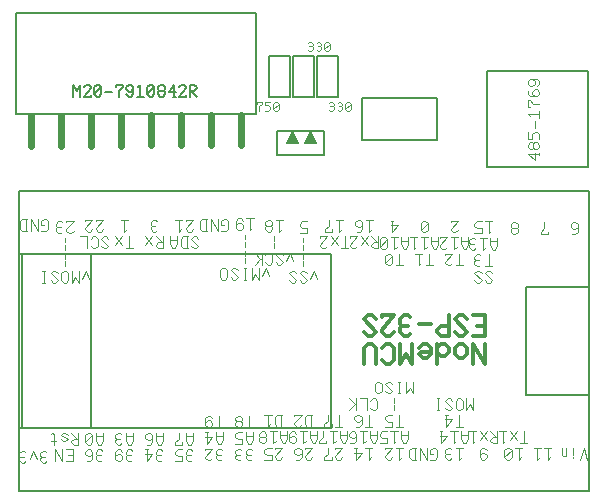
<source format=gto>
G04 Generated by Ultiboard 12.0 *
%FSLAX25Y25*%
%MOIN*%

%ADD10C,0.00001*%
%ADD11C,0.00500*%
%ADD12C,0.00805*%
%ADD13C,0.02400*%
%ADD14C,0.00800*%
%ADD15C,0.00200*%
%ADD16C,0.00287*%
%ADD17C,0.00367*%
%ADD18C,0.01200*%


G04 ColorRGB FFFF00 for the following layer *
%LNSilkscreen Top*%
%LPD*%
G54D10*
G54D11*
X33227Y141425D02*
X33227Y145362D01*
X34402Y143394D01*
X35578Y145362D01*
X35578Y141425D01*
X36754Y144575D02*
X37538Y145362D01*
X38322Y145362D01*
X39106Y144575D01*
X39106Y144181D01*
X36754Y141425D01*
X39106Y141425D01*
X39106Y141819D01*
X40282Y144575D02*
X41066Y145362D01*
X41850Y145362D01*
X42633Y144575D01*
X42633Y142213D01*
X41850Y141425D01*
X41066Y141425D01*
X40282Y142213D01*
X40282Y144575D01*
X42633Y144575D02*
X40282Y142213D01*
X43809Y143000D02*
X46161Y143000D01*
X48513Y141425D02*
X48513Y143394D01*
X49689Y144575D01*
X49689Y145362D01*
X47337Y145362D01*
X47337Y144575D01*
X50864Y142213D02*
X51648Y141425D01*
X52432Y141425D01*
X53216Y142213D01*
X53216Y143787D01*
X53216Y144575D01*
X52432Y145362D01*
X51648Y145362D01*
X50864Y144575D01*
X50864Y143787D01*
X51648Y143000D01*
X52432Y143000D01*
X53216Y143787D01*
X54784Y144575D02*
X55568Y145362D01*
X55568Y141425D01*
X54392Y141425D02*
X56744Y141425D01*
X57920Y144575D02*
X58703Y145362D01*
X59487Y145362D01*
X60271Y144575D01*
X60271Y142213D01*
X59487Y141425D01*
X58703Y141425D01*
X57920Y142213D01*
X57920Y144575D01*
X60271Y144575D02*
X57920Y142213D01*
X63015Y141425D02*
X62231Y141425D01*
X61447Y142213D01*
X61447Y143000D01*
X61839Y143394D01*
X61447Y143787D01*
X61447Y144575D01*
X62231Y145362D01*
X63015Y145362D01*
X63799Y144575D01*
X63799Y143787D01*
X63407Y143394D01*
X63799Y143000D01*
X63799Y142213D01*
X63015Y141425D01*
X61839Y143394D02*
X63407Y143394D01*
X67326Y143000D02*
X64975Y143000D01*
X66934Y145362D01*
X66934Y141425D01*
X66542Y141425D02*
X67326Y141425D01*
X68502Y144575D02*
X69286Y145362D01*
X70070Y145362D01*
X70854Y144575D01*
X70854Y144181D01*
X68502Y141425D01*
X70854Y141425D01*
X70854Y141819D01*
X72030Y141425D02*
X72030Y145362D01*
X73598Y145362D01*
X74381Y144575D01*
X74381Y144181D01*
X73598Y143394D01*
X72030Y143394D01*
X72422Y143394D02*
X74381Y141425D01*
X205000Y42000D02*
X184000Y42000D01*
X184000Y78000D01*
X205000Y78000D01*
X205000Y42000D01*
X119000Y31000D02*
X15000Y31000D01*
X15000Y89000D01*
X119000Y89000D01*
X119000Y31000D01*
X39000Y31000D02*
X16000Y31000D01*
X16000Y89000D01*
X39000Y89000D01*
X39000Y31000D01*
G54D12*
X14000Y169181D02*
X94000Y169181D01*
X94000Y135717D01*
X14000Y135717D01*
X14000Y169181D01*
G54D13*
X19000Y135000D02*
X19000Y125000D01*
X29000Y135000D02*
X29000Y125000D01*
X39000Y135000D02*
X39000Y125000D01*
X49000Y135000D02*
X49000Y125000D01*
X59012Y135243D02*
X59012Y125243D01*
X69012Y135243D02*
X69012Y125243D01*
X79012Y135243D02*
X79012Y125243D01*
X89012Y135243D02*
X89012Y125243D01*
G54D14*
X116874Y129937D02*
X101126Y129937D01*
X101126Y122063D01*
X116874Y122063D01*
X116874Y129937D01*
X114457Y154890D02*
X114457Y141110D01*
X121543Y141110D01*
X121543Y154890D01*
X114457Y154890D01*
X98457Y154890D02*
X98457Y141110D01*
X105543Y141110D01*
X105543Y154890D01*
X98457Y154890D01*
X106457Y154890D02*
X106457Y141110D01*
X113543Y141110D01*
X113543Y154890D01*
X106457Y154890D01*
X205000Y110000D02*
X15000Y110000D01*
X15000Y10000D01*
X205000Y10000D01*
X205000Y110000D01*
X154402Y141087D02*
X129598Y141087D01*
X129598Y126913D01*
X154402Y126913D01*
X154402Y141087D01*
X204929Y117957D02*
X204929Y150043D01*
X171071Y150043D01*
X171071Y117957D01*
X204929Y117957D01*
G54D15*
G36*
X112000Y130000D02*
X112000Y130000D01*
X114000Y126000D01*
X110000Y126000D01*
X112000Y130000D01*
D02*
G37*
X114000Y126000D01*
X110000Y126000D01*
X112000Y130000D01*
G36*
X106000Y130000D02*
X106000Y130000D01*
X108000Y126000D01*
X104000Y126000D01*
X106000Y130000D01*
D02*
G37*
X108000Y126000D01*
X104000Y126000D01*
X106000Y130000D01*
X187000Y122633D02*
X187000Y120282D01*
X184638Y122241D01*
X188575Y122241D01*
X188575Y121850D02*
X188575Y122633D01*
X188575Y125377D02*
X188575Y124593D01*
X187787Y123809D01*
X187000Y123809D01*
X186606Y124201D01*
X186213Y123809D01*
X185425Y123809D01*
X184638Y124593D01*
X184638Y125377D01*
X185425Y126161D01*
X186213Y126161D01*
X186606Y125769D01*
X187000Y126161D01*
X187787Y126161D01*
X188575Y125377D01*
X186606Y124201D02*
X186606Y125769D01*
X184638Y129689D02*
X184638Y127337D01*
X186213Y127337D01*
X186213Y128905D01*
X187000Y129689D01*
X187787Y129689D01*
X188575Y128905D01*
X188575Y127337D01*
X187000Y130864D02*
X187000Y133216D01*
X185425Y134784D02*
X184638Y135568D01*
X188575Y135568D01*
X188575Y134392D02*
X188575Y136744D01*
X188575Y139095D02*
X186606Y139095D01*
X185425Y140271D01*
X184638Y140271D01*
X184638Y137920D01*
X185425Y137920D01*
X184638Y143407D02*
X184638Y142231D01*
X185425Y141447D01*
X187000Y141447D01*
X187787Y141447D01*
X188575Y142231D01*
X188575Y143015D01*
X187787Y143799D01*
X187000Y143799D01*
X186213Y143015D01*
X186213Y142231D01*
X187000Y141447D01*
X187787Y144975D02*
X188575Y145759D01*
X188575Y146542D01*
X187787Y147326D01*
X186213Y147326D01*
X185425Y147326D01*
X184638Y146542D01*
X184638Y145759D01*
X185425Y144975D01*
X186213Y144975D01*
X187000Y145759D01*
X187000Y146542D01*
X186213Y147326D01*
G54D16*
X118613Y139384D02*
X118920Y139692D01*
X119533Y139692D01*
X120146Y139076D01*
X120146Y138460D01*
X119840Y138152D01*
X120146Y137844D01*
X120146Y137228D01*
X119533Y136612D01*
X118920Y136612D01*
X118613Y136920D01*
X118920Y138152D02*
X119840Y138152D01*
X121372Y139384D02*
X121679Y139692D01*
X122292Y139692D01*
X122905Y139076D01*
X122905Y138460D01*
X122599Y138152D01*
X122905Y137844D01*
X122905Y137228D01*
X122292Y136612D01*
X121679Y136612D01*
X121372Y136920D01*
X121679Y138152D02*
X122599Y138152D01*
X123825Y139076D02*
X124438Y139692D01*
X125052Y139692D01*
X125665Y139076D01*
X125665Y137228D01*
X125052Y136612D01*
X124438Y136612D01*
X123825Y137228D01*
X123825Y139076D01*
X125665Y139076D02*
X123825Y137228D01*
X95226Y136612D02*
X95226Y138152D01*
X96146Y139076D01*
X96146Y139692D01*
X94307Y139692D01*
X94307Y139076D01*
X98905Y139692D02*
X97066Y139692D01*
X97066Y138460D01*
X98292Y138460D01*
X98905Y137844D01*
X98905Y137228D01*
X98292Y136612D01*
X97066Y136612D01*
X99825Y139076D02*
X100438Y139692D01*
X101052Y139692D01*
X101665Y139076D01*
X101665Y137228D01*
X101052Y136612D01*
X100438Y136612D01*
X99825Y137228D01*
X99825Y139076D01*
X101665Y139076D02*
X99825Y137228D01*
X111613Y159384D02*
X111920Y159692D01*
X112533Y159692D01*
X113146Y159076D01*
X113146Y158460D01*
X112840Y158152D01*
X113146Y157844D01*
X113146Y157228D01*
X112533Y156612D01*
X111920Y156612D01*
X111613Y156920D01*
X111920Y158152D02*
X112840Y158152D01*
X114372Y159384D02*
X114679Y159692D01*
X115292Y159692D01*
X115905Y159076D01*
X115905Y158460D01*
X115599Y158152D01*
X115905Y157844D01*
X115905Y157228D01*
X115292Y156612D01*
X114679Y156612D01*
X114372Y156920D01*
X114679Y158152D02*
X115599Y158152D01*
X116825Y159076D02*
X117438Y159692D01*
X118052Y159692D01*
X118665Y159076D01*
X118665Y157228D01*
X118052Y156612D01*
X117438Y156612D01*
X116825Y157228D01*
X116825Y159076D01*
X118665Y159076D02*
X116825Y157228D01*
G54D17*
X24216Y19787D02*
X23824Y19394D01*
X23040Y19394D01*
X22256Y20181D01*
X22256Y20969D01*
X22648Y21362D01*
X22256Y21756D01*
X22256Y22543D01*
X23040Y23331D01*
X23824Y23331D01*
X24216Y22937D01*
X23824Y21362D02*
X22648Y21362D01*
X21080Y20575D02*
X19905Y23331D01*
X18729Y20575D01*
X17161Y19787D02*
X16769Y19394D01*
X15985Y19394D01*
X15201Y20181D01*
X15201Y20969D01*
X15593Y21362D01*
X15201Y21756D01*
X15201Y22543D01*
X15985Y23331D01*
X16769Y23331D01*
X17161Y22937D01*
X16769Y21362D02*
X15593Y21362D01*
X30784Y23819D02*
X33136Y23819D01*
X33136Y21850D01*
X33136Y19882D01*
X30784Y19882D01*
X33136Y21850D02*
X31568Y21850D01*
X29608Y23819D02*
X29608Y19882D01*
X27256Y23819D01*
X27256Y19882D01*
X34899Y29331D02*
X34899Y25394D01*
X33332Y25394D01*
X32548Y26181D01*
X32548Y26575D01*
X33332Y27362D01*
X34899Y27362D01*
X34507Y27362D02*
X32548Y29331D01*
X31372Y28543D02*
X30588Y29331D01*
X29804Y29331D01*
X29020Y28543D01*
X31372Y27362D01*
X30588Y26575D01*
X29804Y26575D01*
X29020Y27362D01*
X25885Y28937D02*
X26276Y29331D01*
X26668Y28937D01*
X26668Y25394D01*
X27452Y26575D02*
X25885Y26575D01*
X42744Y20276D02*
X42352Y19882D01*
X41568Y19882D01*
X40784Y20669D01*
X40784Y21457D01*
X41176Y21850D01*
X40784Y22244D01*
X40784Y23031D01*
X41568Y23819D01*
X42352Y23819D01*
X42744Y23425D01*
X42352Y21850D02*
X41176Y21850D01*
X37648Y19882D02*
X38824Y19882D01*
X39608Y20669D01*
X39608Y22244D01*
X39608Y23031D01*
X38824Y23819D01*
X38040Y23819D01*
X37256Y23031D01*
X37256Y22244D01*
X38040Y21457D01*
X38824Y21457D01*
X39608Y22244D01*
X43136Y29331D02*
X43136Y26969D01*
X42352Y25394D01*
X41568Y25394D01*
X40784Y26969D01*
X40784Y29331D01*
X43136Y28150D02*
X40784Y28150D01*
X39608Y26181D02*
X38824Y25394D01*
X38040Y25394D01*
X37256Y26181D01*
X37256Y28543D01*
X38040Y29331D01*
X38824Y29331D01*
X39608Y28543D01*
X39608Y26181D01*
X37256Y26181D02*
X39608Y28543D01*
X52744Y20276D02*
X52352Y19882D01*
X51568Y19882D01*
X50784Y20669D01*
X50784Y21457D01*
X51176Y21850D01*
X50784Y22244D01*
X50784Y23031D01*
X51568Y23819D01*
X52352Y23819D01*
X52744Y23425D01*
X52352Y21850D02*
X51176Y21850D01*
X49608Y23031D02*
X48824Y23819D01*
X48040Y23819D01*
X47256Y23031D01*
X47256Y21457D01*
X47256Y20669D01*
X48040Y19882D01*
X48824Y19882D01*
X49608Y20669D01*
X49608Y21457D01*
X48824Y22244D01*
X48040Y22244D01*
X47256Y21457D01*
X53136Y29331D02*
X53136Y26969D01*
X52352Y25394D01*
X51568Y25394D01*
X50784Y26969D01*
X50784Y29331D01*
X53136Y28150D02*
X50784Y28150D01*
X49216Y25787D02*
X48824Y25394D01*
X48040Y25394D01*
X47256Y26181D01*
X47256Y26969D01*
X47648Y27362D01*
X47256Y27756D01*
X47256Y28543D01*
X48040Y29331D01*
X48824Y29331D01*
X49216Y28937D01*
X48824Y27362D02*
X47648Y27362D01*
X62744Y20276D02*
X62352Y19882D01*
X61568Y19882D01*
X60784Y20669D01*
X60784Y21457D01*
X61176Y21850D01*
X60784Y22244D01*
X60784Y23031D01*
X61568Y23819D01*
X62352Y23819D01*
X62744Y23425D01*
X62352Y21850D02*
X61176Y21850D01*
X57256Y22244D02*
X59608Y22244D01*
X57648Y19882D01*
X57648Y23819D01*
X58040Y23819D02*
X57256Y23819D01*
X63136Y29331D02*
X63136Y26969D01*
X62352Y25394D01*
X61568Y25394D01*
X60784Y26969D01*
X60784Y29331D01*
X63136Y28150D02*
X60784Y28150D01*
X57648Y25394D02*
X58824Y25394D01*
X59608Y26181D01*
X59608Y27756D01*
X59608Y28543D01*
X58824Y29331D01*
X58040Y29331D01*
X57256Y28543D01*
X57256Y27756D01*
X58040Y26969D01*
X58824Y26969D01*
X59608Y27756D01*
X72744Y20276D02*
X72352Y19882D01*
X71568Y19882D01*
X70784Y20669D01*
X70784Y21457D01*
X71176Y21850D01*
X70784Y22244D01*
X70784Y23031D01*
X71568Y23819D01*
X72352Y23819D01*
X72744Y23425D01*
X72352Y21850D02*
X71176Y21850D01*
X67256Y19882D02*
X69608Y19882D01*
X69608Y21457D01*
X68040Y21457D01*
X67256Y22244D01*
X67256Y23031D01*
X68040Y23819D01*
X69608Y23819D01*
X73136Y29331D02*
X73136Y26969D01*
X72352Y25394D01*
X71568Y25394D01*
X70784Y26969D01*
X70784Y29331D01*
X73136Y28150D02*
X70784Y28150D01*
X68432Y29331D02*
X68432Y27362D01*
X67256Y26181D01*
X67256Y25394D01*
X69608Y25394D01*
X69608Y26181D01*
X82744Y20520D02*
X82352Y20126D01*
X81568Y20126D01*
X80784Y20913D01*
X80784Y21701D01*
X81176Y22094D01*
X80784Y22488D01*
X80784Y23276D01*
X81568Y24063D01*
X82352Y24063D01*
X82744Y23669D01*
X82352Y22094D02*
X81176Y22094D01*
X79608Y20913D02*
X78824Y20126D01*
X78040Y20126D01*
X77256Y20913D01*
X77256Y21307D01*
X79608Y24063D01*
X77256Y24063D01*
X77256Y23669D01*
X83136Y29575D02*
X83136Y27213D01*
X82352Y25638D01*
X81568Y25638D01*
X80784Y27213D01*
X80784Y29575D01*
X83136Y28394D02*
X80784Y28394D01*
X77256Y28000D02*
X79608Y28000D01*
X77648Y25638D01*
X77648Y29575D01*
X78040Y29575D02*
X77256Y29575D01*
X81960Y35087D02*
X81960Y31150D01*
X83136Y31150D02*
X80784Y31150D01*
X79608Y34299D02*
X78824Y35087D01*
X78040Y35087D01*
X77256Y34299D01*
X77256Y32724D01*
X77256Y31937D01*
X78040Y31150D01*
X78824Y31150D01*
X79608Y31937D01*
X79608Y32724D01*
X78824Y33512D01*
X78040Y33512D01*
X77256Y32724D01*
X92744Y20520D02*
X92352Y20126D01*
X91568Y20126D01*
X90784Y20913D01*
X90784Y21701D01*
X91176Y22094D01*
X90784Y22488D01*
X90784Y23276D01*
X91568Y24063D01*
X92352Y24063D01*
X92744Y23669D01*
X92352Y22094D02*
X91176Y22094D01*
X89216Y20520D02*
X88824Y20126D01*
X88040Y20126D01*
X87256Y20913D01*
X87256Y21701D01*
X87648Y22094D01*
X87256Y22488D01*
X87256Y23276D01*
X88040Y24063D01*
X88824Y24063D01*
X89216Y23669D01*
X88824Y22094D02*
X87648Y22094D01*
X93136Y29575D02*
X93136Y27213D01*
X92352Y25638D01*
X91568Y25638D01*
X90784Y27213D01*
X90784Y29575D01*
X93136Y28394D02*
X90784Y28394D01*
X87256Y25638D02*
X89608Y25638D01*
X89608Y27213D01*
X88040Y27213D01*
X87256Y28000D01*
X87256Y28787D01*
X88040Y29575D01*
X89608Y29575D01*
X91960Y35087D02*
X91960Y31150D01*
X93136Y31150D02*
X90784Y31150D01*
X88040Y35087D02*
X88824Y35087D01*
X89608Y34299D01*
X89608Y33512D01*
X89216Y33118D01*
X89608Y32724D01*
X89608Y31937D01*
X88824Y31150D01*
X88040Y31150D01*
X87256Y31937D01*
X87256Y32724D01*
X87648Y33118D01*
X87256Y33512D01*
X87256Y34299D01*
X88040Y35087D01*
X89216Y33118D02*
X87648Y33118D01*
X102844Y21181D02*
X102060Y20394D01*
X101276Y20394D01*
X100493Y21181D01*
X100493Y21575D01*
X102844Y24331D01*
X100493Y24331D01*
X100493Y23937D01*
X96965Y20394D02*
X99317Y20394D01*
X99317Y21969D01*
X97749Y21969D01*
X96965Y22756D01*
X96965Y23543D01*
X97749Y24331D01*
X99317Y24331D01*
X104608Y29843D02*
X104608Y27480D01*
X103824Y25906D01*
X103040Y25906D01*
X102256Y27480D01*
X102256Y29843D01*
X104608Y28661D02*
X102256Y28661D01*
X100689Y26693D02*
X99905Y25906D01*
X99905Y29843D01*
X101080Y29843D02*
X98729Y29843D01*
X95985Y29843D02*
X96769Y29843D01*
X97553Y29055D01*
X97553Y28268D01*
X97161Y27874D01*
X97553Y27480D01*
X97553Y26693D01*
X96769Y25906D01*
X95985Y25906D01*
X95201Y26693D01*
X95201Y27480D01*
X95593Y27874D01*
X95201Y28268D01*
X95201Y29055D01*
X95985Y29843D01*
X97161Y27874D02*
X95593Y27874D01*
X102844Y35354D02*
X101276Y35354D01*
X100493Y34567D01*
X100493Y32205D01*
X101276Y31417D01*
X102844Y31417D01*
X102452Y31417D02*
X102452Y35354D01*
X98925Y32205D02*
X98141Y31417D01*
X98141Y35354D01*
X99317Y35354D02*
X96965Y35354D01*
X112844Y21181D02*
X112060Y20394D01*
X111276Y20394D01*
X110493Y21181D01*
X110493Y21575D01*
X112844Y24331D01*
X110493Y24331D01*
X110493Y23937D01*
X107357Y20394D02*
X108533Y20394D01*
X109317Y21181D01*
X109317Y22756D01*
X109317Y23543D01*
X108533Y24331D01*
X107749Y24331D01*
X106965Y23543D01*
X106965Y22756D01*
X107749Y21969D01*
X108533Y21969D01*
X109317Y22756D01*
X114608Y29843D02*
X114608Y27480D01*
X113824Y25906D01*
X113040Y25906D01*
X112256Y27480D01*
X112256Y29843D01*
X114608Y28661D02*
X112256Y28661D01*
X110689Y26693D02*
X109905Y25906D01*
X109905Y29843D01*
X111080Y29843D02*
X108729Y29843D01*
X107553Y29055D02*
X106769Y29843D01*
X105985Y29843D01*
X105201Y29055D01*
X105201Y27480D01*
X105201Y26693D01*
X105985Y25906D01*
X106769Y25906D01*
X107553Y26693D01*
X107553Y27480D01*
X106769Y28268D01*
X105985Y28268D01*
X105201Y27480D01*
X112844Y35354D02*
X111276Y35354D01*
X110493Y34567D01*
X110493Y32205D01*
X111276Y31417D01*
X112844Y31417D01*
X112452Y31417D02*
X112452Y35354D01*
X109317Y32205D02*
X108533Y31417D01*
X107749Y31417D01*
X106965Y32205D01*
X106965Y32598D01*
X109317Y35354D01*
X106965Y35354D01*
X106965Y34961D01*
X122844Y21181D02*
X122061Y20394D01*
X121277Y20394D01*
X120493Y21181D01*
X120493Y21575D01*
X122844Y24331D01*
X120493Y24331D01*
X120493Y23937D01*
X118141Y24331D02*
X118141Y22362D01*
X116966Y21181D01*
X116966Y20394D01*
X119317Y20394D01*
X119317Y21181D01*
X124608Y29843D02*
X124608Y27480D01*
X123824Y25906D01*
X123040Y25906D01*
X122257Y27480D01*
X122257Y29843D01*
X124608Y28661D02*
X122257Y28661D01*
X120689Y26693D02*
X119905Y25906D01*
X119905Y29843D01*
X121081Y29843D02*
X118729Y29843D01*
X116378Y29843D02*
X116378Y27874D01*
X115202Y26693D01*
X115202Y25906D01*
X117553Y25906D01*
X117553Y26693D01*
X121669Y35354D02*
X121669Y31417D01*
X122844Y31417D02*
X120493Y31417D01*
X118141Y35354D02*
X118141Y33386D01*
X116966Y32205D01*
X116966Y31417D01*
X119317Y31417D01*
X119317Y32205D01*
X132452Y21181D02*
X131668Y20394D01*
X131668Y24331D01*
X132844Y24331D02*
X130493Y24331D01*
X126965Y22756D02*
X129317Y22756D01*
X127357Y20394D01*
X127357Y24331D01*
X127749Y24331D02*
X126965Y24331D01*
X134608Y29843D02*
X134608Y27480D01*
X133824Y25906D01*
X133040Y25906D01*
X132256Y27480D01*
X132256Y29843D01*
X134608Y28661D02*
X132256Y28661D01*
X130689Y26693D02*
X129905Y25906D01*
X129905Y29843D01*
X131080Y29843D02*
X128729Y29843D01*
X125593Y25906D02*
X126769Y25906D01*
X127553Y26693D01*
X127553Y28268D01*
X127553Y29055D01*
X126769Y29843D01*
X125985Y29843D01*
X125201Y29055D01*
X125201Y28268D01*
X125985Y27480D01*
X126769Y27480D01*
X127553Y28268D01*
X131668Y35354D02*
X131668Y31417D01*
X132844Y31417D02*
X130493Y31417D01*
X127357Y31417D02*
X128533Y31417D01*
X129317Y32205D01*
X129317Y33780D01*
X129317Y34567D01*
X128533Y35354D01*
X127749Y35354D01*
X126965Y34567D01*
X126965Y33780D01*
X127749Y32992D01*
X128533Y32992D01*
X129317Y33780D01*
X132256Y40079D02*
X133040Y40866D01*
X133824Y40866D01*
X134608Y40079D01*
X134608Y37717D01*
X133824Y36929D01*
X133040Y36929D01*
X132256Y37717D01*
X131080Y36929D02*
X131080Y40866D01*
X128729Y40866D01*
X127553Y40866D02*
X127553Y36929D01*
X127553Y38898D02*
X127161Y38898D01*
X125201Y36929D01*
X127161Y38898D02*
X125201Y40866D01*
X142689Y21181D02*
X141905Y20394D01*
X141905Y24331D01*
X143080Y24331D02*
X140729Y24331D01*
X139553Y21181D02*
X138769Y20394D01*
X137985Y20394D01*
X137201Y21181D01*
X137201Y21575D01*
X139553Y24331D01*
X137201Y24331D01*
X137201Y23937D01*
X144844Y29843D02*
X144844Y27480D01*
X144060Y25906D01*
X143276Y25906D01*
X142493Y27480D01*
X142493Y29843D01*
X144844Y28661D02*
X142493Y28661D01*
X140925Y26693D02*
X140141Y25906D01*
X140141Y29843D01*
X141317Y29843D02*
X138965Y29843D01*
X135437Y25906D02*
X137789Y25906D01*
X137789Y27480D01*
X136221Y27480D01*
X135437Y28268D01*
X135437Y29055D01*
X136221Y29843D01*
X137789Y29843D01*
X141905Y35354D02*
X141905Y31417D01*
X143080Y31417D02*
X140729Y31417D01*
X137201Y31417D02*
X139553Y31417D01*
X139553Y32992D01*
X137985Y32992D01*
X137201Y33780D01*
X137201Y34567D01*
X137985Y35354D01*
X139553Y35354D01*
X140141Y40866D02*
X140141Y39291D01*
X140141Y38504D02*
X140141Y36929D01*
X146608Y46378D02*
X146608Y42441D01*
X145432Y44409D01*
X144256Y42441D01*
X144256Y46378D01*
X142297Y46378D02*
X141513Y46378D01*
X142297Y42441D02*
X141513Y42441D01*
X141905Y46378D02*
X141905Y42441D01*
X139553Y45591D02*
X138769Y46378D01*
X137985Y46378D01*
X137201Y45591D01*
X139553Y43228D01*
X138769Y42441D01*
X137985Y42441D01*
X137201Y43228D01*
X136025Y45591D02*
X135241Y46378D01*
X134458Y46378D01*
X133674Y45591D01*
X133674Y43228D01*
X134458Y42441D01*
X135241Y42441D01*
X136025Y43228D01*
X136025Y45591D01*
X153040Y22362D02*
X152256Y22362D01*
X152256Y23543D01*
X153040Y24331D01*
X153824Y24331D01*
X154608Y23543D01*
X154608Y21181D01*
X153824Y20394D01*
X152256Y20394D01*
X151080Y24331D02*
X151080Y20394D01*
X148729Y24331D01*
X148729Y20394D01*
X147553Y24331D02*
X145985Y24331D01*
X145201Y23543D01*
X145201Y21181D01*
X145985Y20394D01*
X147553Y20394D01*
X147161Y20394D02*
X147161Y24331D01*
X162689Y21181D02*
X161905Y20394D01*
X161905Y24331D01*
X163080Y24331D02*
X160729Y24331D01*
X159161Y20787D02*
X158769Y20394D01*
X157985Y20394D01*
X157201Y21181D01*
X157201Y21969D01*
X157593Y22362D01*
X157201Y22756D01*
X157201Y23543D01*
X157985Y24331D01*
X158769Y24331D01*
X159161Y23937D01*
X158769Y22362D02*
X157593Y22362D01*
X164844Y29843D02*
X164844Y27480D01*
X164060Y25906D01*
X163276Y25906D01*
X162493Y27480D01*
X162493Y29843D01*
X164844Y28661D02*
X162493Y28661D01*
X160925Y26693D02*
X160141Y25906D01*
X160141Y29843D01*
X161317Y29843D02*
X158965Y29843D01*
X155437Y28268D02*
X157789Y28268D01*
X155829Y25906D01*
X155829Y29843D01*
X156221Y29843D02*
X155437Y29843D01*
X161905Y35354D02*
X161905Y31417D01*
X163080Y31417D02*
X160729Y31417D01*
X157201Y33780D02*
X159553Y33780D01*
X157593Y31417D01*
X157593Y35354D01*
X157985Y35354D02*
X157201Y35354D01*
X166608Y40866D02*
X166608Y36929D01*
X165432Y38898D01*
X164256Y36929D01*
X164256Y40866D01*
X163080Y40079D02*
X162297Y40866D01*
X161513Y40866D01*
X160729Y40079D01*
X160729Y37717D01*
X161513Y36929D01*
X162297Y36929D01*
X163080Y37717D01*
X163080Y40079D01*
X159553Y40079D02*
X158769Y40866D01*
X157985Y40866D01*
X157201Y40079D01*
X159553Y37717D01*
X158769Y36929D01*
X157985Y36929D01*
X157201Y37717D01*
X155241Y40866D02*
X154458Y40866D01*
X155241Y36929D02*
X154458Y36929D01*
X154850Y40866D02*
X154850Y36929D01*
X171080Y23543D02*
X170297Y24331D01*
X169513Y24331D01*
X168729Y23543D01*
X168729Y21969D01*
X168729Y21181D01*
X169513Y20394D01*
X170297Y20394D01*
X171080Y21181D01*
X171080Y21969D01*
X170297Y22756D01*
X169513Y22756D01*
X168729Y21969D01*
X174608Y29843D02*
X174608Y25906D01*
X173040Y25906D01*
X172256Y26693D01*
X172256Y27087D01*
X173040Y27874D01*
X174608Y27874D01*
X174216Y27874D02*
X172256Y29843D01*
X171080Y29843D02*
X168729Y27087D01*
X171080Y27087D02*
X168729Y29843D01*
X167161Y26693D02*
X166377Y25906D01*
X166377Y29843D01*
X167553Y29843D02*
X165201Y29843D01*
X182452Y21181D02*
X181668Y20394D01*
X181668Y24331D01*
X182844Y24331D02*
X180493Y24331D01*
X179317Y21181D02*
X178533Y20394D01*
X177749Y20394D01*
X176965Y21181D01*
X176965Y23543D01*
X177749Y24331D01*
X178533Y24331D01*
X179317Y23543D01*
X179317Y21181D01*
X176965Y21181D02*
X179317Y23543D01*
X183432Y29843D02*
X183432Y25906D01*
X184608Y25906D02*
X182256Y25906D01*
X181080Y29843D02*
X178729Y27087D01*
X181080Y27087D02*
X178729Y29843D01*
X177161Y26693D02*
X176377Y25906D01*
X176377Y29843D01*
X177553Y29843D02*
X175201Y29843D01*
X192216Y21181D02*
X191432Y20394D01*
X191432Y24331D01*
X192608Y24331D02*
X190256Y24331D01*
X188689Y21181D02*
X187905Y20394D01*
X187905Y24331D01*
X189080Y24331D02*
X186729Y24331D01*
X204608Y20394D02*
X203432Y24331D01*
X202256Y20394D01*
X199905Y24331D02*
X199905Y21969D01*
X199905Y21181D02*
X199905Y20787D01*
X197553Y24331D02*
X197553Y21969D01*
X197553Y21575D01*
X197553Y21969D02*
X197161Y21575D01*
X196377Y21575D01*
X195985Y21969D01*
X195985Y24331D01*
X38608Y80575D02*
X37432Y83331D01*
X36256Y80575D01*
X35080Y83331D02*
X35080Y79394D01*
X33905Y81362D01*
X32729Y79394D01*
X32729Y83331D01*
X31553Y82543D02*
X30769Y83331D01*
X29985Y83331D01*
X29201Y82543D01*
X29201Y80181D01*
X29985Y79394D01*
X30769Y79394D01*
X31553Y80181D01*
X31553Y82543D01*
X28025Y82543D02*
X27241Y83331D01*
X26458Y83331D01*
X25674Y82543D01*
X28025Y80181D01*
X27241Y79394D01*
X26458Y79394D01*
X25674Y80181D01*
X23714Y83331D02*
X22930Y83331D01*
X23714Y79394D02*
X22930Y79394D01*
X23322Y83331D02*
X23322Y79394D01*
X30377Y88843D02*
X30377Y87268D01*
X30377Y86480D02*
X30377Y84906D01*
X30377Y94354D02*
X30377Y92780D01*
X30377Y91992D02*
X30377Y90417D01*
X33317Y96717D02*
X32533Y95929D01*
X31749Y95929D01*
X30965Y96717D01*
X30965Y97110D01*
X33317Y99866D01*
X30965Y99866D01*
X30965Y99472D01*
X29397Y96323D02*
X29005Y95929D01*
X28221Y95929D01*
X27437Y96717D01*
X27437Y97504D01*
X27829Y97898D01*
X27437Y98291D01*
X27437Y99079D01*
X28221Y99866D01*
X29005Y99866D01*
X29397Y99472D01*
X29005Y97898D02*
X27829Y97898D01*
X98608Y81575D02*
X97432Y84331D01*
X96256Y81575D01*
X95080Y84331D02*
X95080Y80394D01*
X93905Y82362D01*
X92729Y80394D01*
X92729Y84331D01*
X90769Y84331D02*
X89985Y84331D01*
X90769Y80394D02*
X89985Y80394D01*
X90377Y84331D02*
X90377Y80394D01*
X88025Y83543D02*
X87241Y84331D01*
X86458Y84331D01*
X85674Y83543D01*
X88025Y81181D01*
X87241Y80394D01*
X86458Y80394D01*
X85674Y81181D01*
X84498Y83543D02*
X83714Y84331D01*
X82930Y84331D01*
X82146Y83543D01*
X82146Y81181D01*
X82930Y80394D01*
X83714Y80394D01*
X84498Y81181D01*
X84498Y83543D01*
X90377Y89843D02*
X90377Y88268D01*
X90377Y87480D02*
X90377Y85906D01*
X90377Y95354D02*
X90377Y93780D01*
X90377Y92992D02*
X90377Y91417D01*
X92925Y97717D02*
X92141Y96929D01*
X92141Y100866D01*
X93317Y100866D02*
X90965Y100866D01*
X89789Y100079D02*
X89005Y100866D01*
X88221Y100866D01*
X87437Y100079D01*
X87437Y98504D01*
X87437Y97717D01*
X88221Y96929D01*
X89005Y96929D01*
X89789Y97717D01*
X89789Y98504D01*
X89005Y99291D01*
X88221Y99291D01*
X87437Y98504D01*
X106608Y86575D02*
X105432Y89331D01*
X104256Y86575D01*
X103080Y88543D02*
X102297Y89331D01*
X101513Y89331D01*
X100729Y88543D01*
X103080Y86181D01*
X102297Y85394D01*
X101513Y85394D01*
X100729Y86181D01*
X97201Y88543D02*
X97985Y89331D01*
X98769Y89331D01*
X99553Y88543D01*
X99553Y86181D01*
X98769Y85394D01*
X97985Y85394D01*
X97201Y86181D01*
X96025Y89331D02*
X96025Y85394D01*
X96025Y87362D02*
X95633Y87362D01*
X93674Y85394D01*
X95633Y87362D02*
X93674Y89331D01*
X100141Y94843D02*
X100141Y93268D01*
X100141Y92480D02*
X100141Y90906D01*
X102689Y97205D02*
X101905Y96417D01*
X101905Y100354D01*
X103080Y100354D02*
X100729Y100354D01*
X97985Y100354D02*
X98769Y100354D01*
X99553Y99567D01*
X99553Y98780D01*
X99161Y98386D01*
X99553Y97992D01*
X99553Y97205D01*
X98769Y96417D01*
X97985Y96417D01*
X97201Y97205D01*
X97201Y97992D01*
X97593Y98386D01*
X97201Y98780D01*
X97201Y99567D01*
X97985Y100354D01*
X99161Y98386D02*
X97593Y98386D01*
X114608Y80575D02*
X113432Y83331D01*
X112256Y80575D01*
X111080Y82543D02*
X110297Y83331D01*
X109513Y83331D01*
X108729Y82543D01*
X111080Y80181D01*
X110297Y79394D01*
X109513Y79394D01*
X108729Y80181D01*
X107553Y82543D02*
X106769Y83331D01*
X105985Y83331D01*
X105201Y82543D01*
X107553Y80181D01*
X106769Y79394D01*
X105985Y79394D01*
X105201Y80181D01*
X109905Y88843D02*
X109905Y87268D01*
X109905Y86480D02*
X109905Y84906D01*
X109905Y94354D02*
X109905Y92780D01*
X109905Y91992D02*
X109905Y90417D01*
X108729Y95929D02*
X111080Y95929D01*
X111080Y97504D01*
X109513Y97504D01*
X108729Y98291D01*
X108729Y99079D01*
X109513Y99866D01*
X111080Y99866D01*
X141960Y89063D02*
X141960Y85126D01*
X143136Y85126D02*
X140784Y85126D01*
X139608Y85913D02*
X138824Y85126D01*
X138040Y85126D01*
X137256Y85913D01*
X137256Y88276D01*
X138040Y89063D01*
X138824Y89063D01*
X139608Y88276D01*
X139608Y85913D01*
X137256Y85913D02*
X139608Y88276D01*
X144899Y94575D02*
X144899Y92213D01*
X144115Y90638D01*
X143332Y90638D01*
X142548Y92213D01*
X142548Y94575D01*
X144899Y93394D02*
X142548Y93394D01*
X140980Y91425D02*
X140196Y90638D01*
X140196Y94575D01*
X141372Y94575D02*
X139020Y94575D01*
X137844Y91425D02*
X137060Y90638D01*
X136276Y90638D01*
X135493Y91425D01*
X135493Y93787D01*
X136276Y94575D01*
X137060Y94575D01*
X137844Y93787D01*
X137844Y91425D01*
X135493Y91425D02*
X137844Y93787D01*
X139020Y98512D02*
X141372Y98512D01*
X139412Y96150D01*
X139412Y100087D01*
X139804Y100087D02*
X139020Y100087D01*
X151960Y89063D02*
X151960Y85126D01*
X153136Y85126D02*
X150784Y85126D01*
X149216Y85913D02*
X148432Y85126D01*
X148432Y89063D01*
X149608Y89063D02*
X147256Y89063D01*
X154899Y94575D02*
X154899Y92213D01*
X154115Y90638D01*
X153332Y90638D01*
X152548Y92213D01*
X152548Y94575D01*
X154899Y93394D02*
X152548Y93394D01*
X150980Y91425D02*
X150196Y90638D01*
X150196Y94575D01*
X151372Y94575D02*
X149020Y94575D01*
X147452Y91425D02*
X146668Y90638D01*
X146668Y94575D01*
X147844Y94575D02*
X145493Y94575D01*
X151372Y96937D02*
X150588Y96150D01*
X149804Y96150D01*
X149020Y96937D01*
X149020Y99299D01*
X149804Y100087D01*
X150588Y100087D01*
X151372Y99299D01*
X151372Y96937D01*
X149020Y96937D02*
X151372Y99299D01*
X161960Y89063D02*
X161960Y85126D01*
X163136Y85126D02*
X160784Y85126D01*
X159608Y85913D02*
X158824Y85126D01*
X158040Y85126D01*
X157256Y85913D01*
X157256Y86307D01*
X159608Y89063D01*
X157256Y89063D01*
X157256Y88669D01*
X164899Y94575D02*
X164899Y92213D01*
X164115Y90638D01*
X163332Y90638D01*
X162548Y92213D01*
X162548Y94575D01*
X164899Y93394D02*
X162548Y93394D01*
X160980Y91425D02*
X160196Y90638D01*
X160196Y94575D01*
X161372Y94575D02*
X159020Y94575D01*
X157844Y91425D02*
X157060Y90638D01*
X156276Y90638D01*
X155493Y91425D01*
X155493Y91819D01*
X157844Y94575D01*
X155493Y94575D01*
X155493Y94181D01*
X161372Y96937D02*
X160588Y96150D01*
X159804Y96150D01*
X159020Y96937D01*
X159020Y97331D01*
X161372Y100087D01*
X159020Y100087D01*
X159020Y99693D01*
X172844Y82543D02*
X172060Y83331D01*
X171276Y83331D01*
X170493Y82543D01*
X172844Y80181D01*
X172060Y79394D01*
X171276Y79394D01*
X170493Y80181D01*
X169317Y82543D02*
X168533Y83331D01*
X167749Y83331D01*
X166965Y82543D01*
X169317Y80181D01*
X168533Y79394D01*
X167749Y79394D01*
X166965Y80181D01*
X171668Y88843D02*
X171668Y84906D01*
X172844Y84906D02*
X170493Y84906D01*
X168925Y85299D02*
X168533Y84906D01*
X167749Y84906D01*
X166965Y85693D01*
X166965Y86480D01*
X167357Y86874D01*
X166965Y87268D01*
X166965Y88055D01*
X167749Y88843D01*
X168533Y88843D01*
X168925Y88449D01*
X168533Y86874D02*
X167357Y86874D01*
X174608Y94354D02*
X174608Y91992D01*
X173824Y90417D01*
X173040Y90417D01*
X172256Y91992D01*
X172256Y94354D01*
X174608Y93173D02*
X172256Y93173D01*
X170689Y91205D02*
X169905Y90417D01*
X169905Y94354D01*
X171080Y94354D02*
X168729Y94354D01*
X167161Y90811D02*
X166769Y90417D01*
X165985Y90417D01*
X165201Y91205D01*
X165201Y91992D01*
X165593Y92386D01*
X165201Y92780D01*
X165201Y93567D01*
X165985Y94354D01*
X166769Y94354D01*
X167161Y93961D01*
X166769Y92386D02*
X165593Y92386D01*
X172452Y96717D02*
X171668Y95929D01*
X171668Y99866D01*
X172844Y99866D02*
X170493Y99866D01*
X166965Y95929D02*
X169317Y95929D01*
X169317Y97504D01*
X167749Y97504D01*
X166965Y98291D01*
X166965Y99079D01*
X167749Y99866D01*
X169317Y99866D01*
X44899Y94031D02*
X44115Y94819D01*
X43332Y94819D01*
X42548Y94031D01*
X44899Y91669D01*
X44115Y90882D01*
X43332Y90882D01*
X42548Y91669D01*
X39020Y94031D02*
X39804Y94819D01*
X40588Y94819D01*
X41372Y94031D01*
X41372Y91669D01*
X40588Y90882D01*
X39804Y90882D01*
X39020Y91669D01*
X37844Y90882D02*
X37844Y94819D01*
X35493Y94819D01*
X43136Y97181D02*
X42352Y96394D01*
X41568Y96394D01*
X40784Y97181D01*
X40784Y97575D01*
X43136Y100331D01*
X40784Y100331D01*
X40784Y99937D01*
X39608Y97181D02*
X38824Y96394D01*
X38040Y96394D01*
X37256Y97181D01*
X37256Y97575D01*
X39608Y100331D01*
X37256Y100331D01*
X37256Y99937D01*
X51960Y94819D02*
X51960Y90882D01*
X53136Y90882D02*
X50784Y90882D01*
X49608Y94819D02*
X47256Y92063D01*
X49608Y92063D02*
X47256Y94819D01*
X50980Y97181D02*
X50196Y96394D01*
X50196Y100331D01*
X51372Y100331D02*
X49020Y100331D01*
X63136Y94819D02*
X63136Y90882D01*
X61568Y90882D01*
X60784Y91669D01*
X60784Y92063D01*
X61568Y92850D01*
X63136Y92850D01*
X62744Y92850D02*
X60784Y94819D01*
X59608Y94819D02*
X57256Y92063D01*
X59608Y92063D02*
X57256Y94819D01*
X60980Y96787D02*
X60588Y96394D01*
X59804Y96394D01*
X59020Y97181D01*
X59020Y97969D01*
X59412Y98362D01*
X59020Y98756D01*
X59020Y99543D01*
X59804Y100331D01*
X60588Y100331D01*
X60980Y99937D01*
X60588Y98362D02*
X59412Y98362D01*
X74899Y94031D02*
X74115Y94819D01*
X73332Y94819D01*
X72548Y94031D01*
X74899Y91669D01*
X74115Y90882D01*
X73332Y90882D01*
X72548Y91669D01*
X71372Y94819D02*
X69804Y94819D01*
X69020Y94031D01*
X69020Y91669D01*
X69804Y90882D01*
X71372Y90882D01*
X70980Y90882D02*
X70980Y94819D01*
X67844Y94819D02*
X67844Y92457D01*
X67060Y90882D01*
X66276Y90882D01*
X65493Y92457D01*
X65493Y94819D01*
X67844Y93638D02*
X65493Y93638D01*
X73136Y97181D02*
X72352Y96394D01*
X71568Y96394D01*
X70784Y97181D01*
X70784Y97575D01*
X73136Y100331D01*
X70784Y100331D01*
X70784Y99937D01*
X69216Y97181D02*
X68432Y96394D01*
X68432Y100331D01*
X69608Y100331D02*
X67256Y100331D01*
X123724Y94819D02*
X123724Y90882D01*
X124899Y90882D02*
X122548Y90882D01*
X121372Y94819D02*
X119020Y92063D01*
X121372Y92063D02*
X119020Y94819D01*
X117844Y91669D02*
X117060Y90882D01*
X116276Y90882D01*
X115493Y91669D01*
X115493Y92063D01*
X117844Y94819D01*
X115493Y94819D01*
X115493Y94425D01*
X122744Y97181D02*
X121960Y96394D01*
X121960Y100331D01*
X123136Y100331D02*
X120784Y100331D01*
X118432Y100331D02*
X118432Y98362D01*
X117256Y97181D01*
X117256Y96394D01*
X119608Y96394D01*
X119608Y97181D01*
X134899Y94819D02*
X134899Y90882D01*
X133332Y90882D01*
X132548Y91669D01*
X132548Y92063D01*
X133332Y92850D01*
X134899Y92850D01*
X134507Y92850D02*
X132548Y94819D01*
X131372Y94819D02*
X129020Y92063D01*
X131372Y92063D02*
X129020Y94819D01*
X127844Y91669D02*
X127060Y90882D01*
X126276Y90882D01*
X125493Y91669D01*
X125493Y92063D01*
X127844Y94819D01*
X125493Y94819D01*
X125493Y94425D01*
X132744Y97181D02*
X131960Y96394D01*
X131960Y100331D01*
X133136Y100331D02*
X130784Y100331D01*
X127648Y96394D02*
X128824Y96394D01*
X129608Y97181D01*
X129608Y98756D01*
X129608Y99543D01*
X128824Y100331D01*
X128040Y100331D01*
X127256Y99543D01*
X127256Y98756D01*
X128040Y97969D01*
X128824Y97969D01*
X129608Y98756D01*
X23332Y98606D02*
X22548Y98606D01*
X22548Y99787D01*
X23332Y100575D01*
X24115Y100575D01*
X24899Y99787D01*
X24899Y97425D01*
X24115Y96638D01*
X22548Y96638D01*
X21372Y100575D02*
X21372Y96638D01*
X19020Y100575D01*
X19020Y96638D01*
X17844Y100575D02*
X16276Y100575D01*
X15493Y99787D01*
X15493Y97425D01*
X16276Y96638D01*
X17844Y96638D01*
X17452Y96638D02*
X17452Y100575D01*
X83332Y98606D02*
X82548Y98606D01*
X82548Y99787D01*
X83332Y100575D01*
X84115Y100575D01*
X84899Y99787D01*
X84899Y97425D01*
X84115Y96638D01*
X82548Y96638D01*
X81372Y100575D02*
X81372Y96638D01*
X79020Y100575D01*
X79020Y96638D01*
X77844Y100575D02*
X76276Y100575D01*
X75493Y99787D01*
X75493Y97425D01*
X76276Y96638D01*
X77844Y96638D01*
X77452Y96638D02*
X77452Y100575D01*
X179804Y99575D02*
X180588Y99575D01*
X181372Y98787D01*
X181372Y98000D01*
X180980Y97606D01*
X181372Y97213D01*
X181372Y96425D01*
X180588Y95638D01*
X179804Y95638D01*
X179020Y96425D01*
X179020Y97213D01*
X179412Y97606D01*
X179020Y98000D01*
X179020Y98787D01*
X179804Y99575D01*
X180980Y97606D02*
X179412Y97606D01*
X190196Y99575D02*
X190196Y97606D01*
X189020Y96425D01*
X189020Y95638D01*
X191372Y95638D01*
X191372Y96425D01*
X199412Y95638D02*
X200588Y95638D01*
X201372Y96425D01*
X201372Y98000D01*
X201372Y98787D01*
X200588Y99575D01*
X199804Y99575D01*
X199020Y98787D01*
X199020Y98000D01*
X199804Y97213D01*
X200588Y97213D01*
X201372Y98000D01*
G54D18*
X170629Y58962D02*
X170629Y52168D01*
X166571Y58962D01*
X166571Y52168D01*
X164542Y57603D02*
X163189Y58962D01*
X161836Y58962D01*
X160484Y57603D01*
X160484Y55565D01*
X161836Y54206D01*
X163189Y54206D01*
X164542Y55565D01*
X164542Y57603D01*
X154396Y57603D02*
X155749Y58962D01*
X157102Y58962D01*
X158455Y57603D01*
X158455Y56244D01*
X157102Y54885D01*
X155749Y54885D01*
X154396Y56244D01*
X154396Y52168D02*
X154396Y58962D01*
X148309Y57603D02*
X149662Y58962D01*
X151015Y58962D01*
X152367Y57603D01*
X152367Y55565D01*
X151015Y54206D01*
X149662Y54206D01*
X148309Y55565D01*
X148985Y56244D01*
X152367Y56244D01*
X146280Y58962D02*
X146280Y52168D01*
X144251Y55565D01*
X142222Y52168D01*
X142222Y58962D01*
X136134Y57603D02*
X137487Y58962D01*
X138840Y58962D01*
X140193Y57603D01*
X140193Y53526D01*
X138840Y52168D01*
X137487Y52168D01*
X136134Y53526D01*
X134105Y52168D02*
X134105Y57603D01*
X132753Y58962D01*
X131400Y58962D01*
X130047Y57603D01*
X130047Y52168D01*
X166571Y68474D02*
X170629Y68474D01*
X170629Y65076D01*
X170629Y61679D01*
X166571Y61679D01*
X170629Y65076D02*
X167924Y65076D01*
X164542Y67115D02*
X163189Y68474D01*
X161836Y68474D01*
X160484Y67115D01*
X164542Y63038D01*
X163189Y61679D01*
X161836Y61679D01*
X160484Y63038D01*
X158455Y68474D02*
X158455Y61679D01*
X155749Y61679D01*
X154396Y63038D01*
X154396Y63718D01*
X155749Y65076D01*
X158455Y65076D01*
X152367Y65756D02*
X148309Y65756D01*
X145604Y62359D02*
X144927Y61679D01*
X143575Y61679D01*
X142222Y63038D01*
X142222Y64397D01*
X142898Y65076D01*
X142222Y65756D01*
X142222Y67115D01*
X143575Y68474D01*
X144927Y68474D01*
X145604Y67794D01*
X144927Y65076D02*
X142898Y65076D01*
X140193Y63038D02*
X138840Y61679D01*
X137487Y61679D01*
X136134Y63038D01*
X136134Y63718D01*
X140193Y68474D01*
X136134Y68474D01*
X136134Y67794D01*
X134105Y67115D02*
X132753Y68474D01*
X131400Y68474D01*
X130047Y67115D01*
X134105Y63038D01*
X132753Y61679D01*
X131400Y61679D01*
X130047Y63038D01*

M00*

</source>
